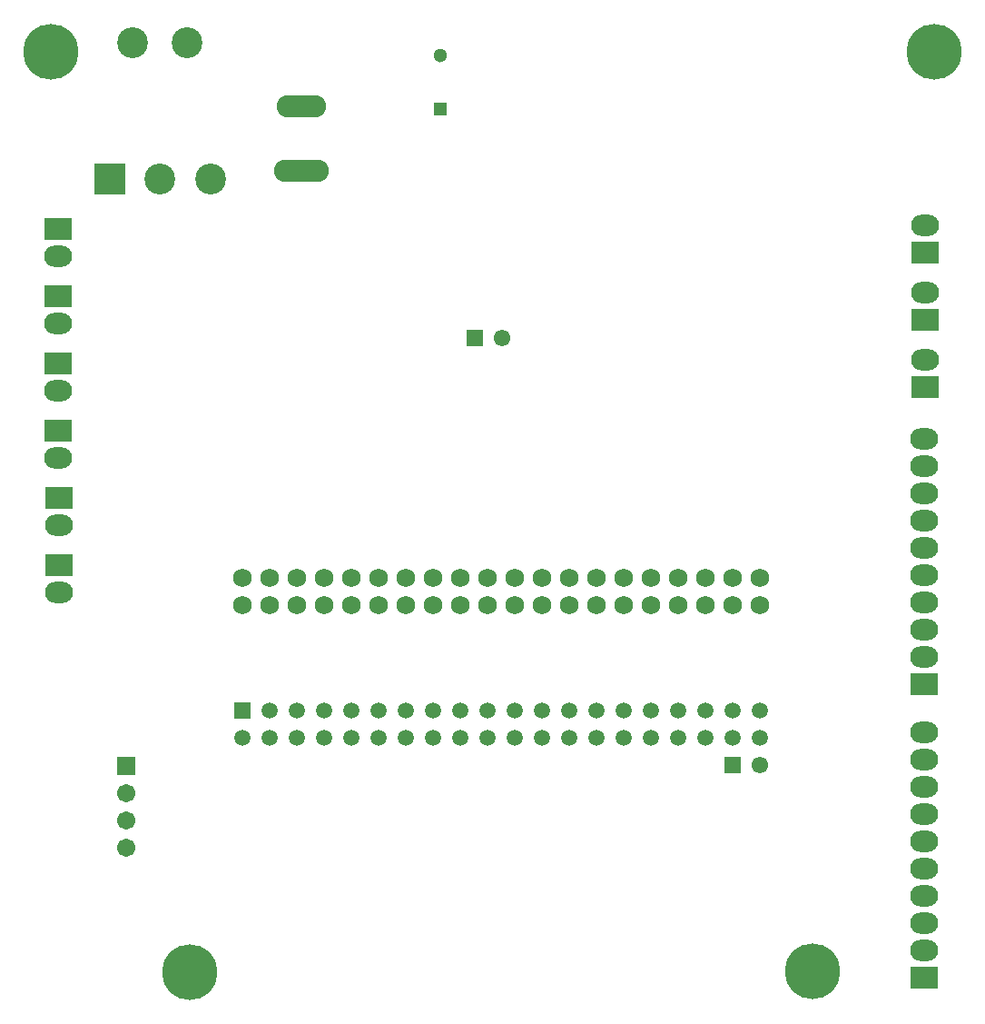
<source format=gbr>
G04 DipTrace 4.3.0.5*
G04 BottomMask.gbr*
%MOIN*%
G04 #@! TF.FileFunction,Soldermask,Bot*
G04 #@! TF.Part,Single*
%ADD93C,0.113189*%
%ADD97R,0.113189X0.113189*%
%ADD111C,0.203937*%
%ADD115C,0.068898*%
%ADD116C,0.061024*%
%ADD121R,0.061024X0.061024*%
%ADD123C,0.067323*%
%ADD127R,0.067323X0.067323*%
%ADD129C,0.058976*%
%ADD133R,0.058976X0.058976*%
%ADD135O,0.181102X0.082677*%
%ADD138O,0.200787X0.082677*%
%ADD140O,0.102362X0.07874*%
%ADD143R,0.102362X0.07874*%
%ADD157C,0.051181*%
%ADD158R,0.051181X0.051181*%
%FSLAX26Y26*%
G04*
G70*
G90*
G75*
G01*
G04 BotMask*
%LPD*%
D158*
X1956200Y3740264D3*
D157*
Y3937115D3*
D143*
X553920Y3301050D3*
D140*
X553931Y3201050D3*
D143*
X553840Y3054789D3*
D140*
Y2954789D3*
D143*
X553857Y2808029D3*
D140*
X553868Y2708029D3*
D143*
X3734741Y3215460D3*
D140*
Y3315460D3*
D143*
X3734952Y2968699D3*
D140*
Y3068699D3*
D143*
X3734550Y2721930D3*
D140*
Y2821930D3*
D143*
X553529Y2561199D3*
D140*
Y2461199D3*
D143*
X554321Y2315069D3*
D140*
Y2215069D3*
D143*
X554129Y2067669D3*
D140*
Y1967669D3*
D138*
X1444221Y3514289D3*
D135*
Y3750510D3*
D133*
X1228280Y1534520D3*
D129*
X1328280D3*
X1428280D3*
X1528280D3*
X1628280D3*
X1728280D3*
X1828280D3*
X1928280D3*
X2028280D3*
X2128280D3*
X2228280D3*
X2328280D3*
X2428280D3*
X2528280D3*
X2628280D3*
X2728280D3*
X2828280D3*
X2928280D3*
X3028280D3*
X3128280D3*
X1228280Y1434520D3*
X1328280D3*
X1428280D3*
X1528280D3*
X1628280D3*
X1728280D3*
X1828280D3*
X1928280D3*
X2028280D3*
X2128280D3*
X2228280D3*
X2328280D3*
X2428280D3*
X2528280D3*
X2628280D3*
X2728280D3*
X2828280D3*
X2928280D3*
X3028280D3*
X3128280D3*
D127*
X803031Y1330789D3*
D123*
Y1230789D3*
Y1130789D3*
Y1030789D3*
D121*
X3028262Y1334460D3*
D116*
X3128262D3*
D143*
X3732171Y1631620D3*
D140*
Y1731620D3*
Y1831620D3*
Y1931620D3*
Y2031620D3*
Y2131620D3*
Y2231620D3*
Y2331620D3*
Y2431620D3*
Y2531620D3*
D143*
X3731721Y555250D3*
D140*
Y655250D3*
Y755250D3*
Y855250D3*
Y955250D3*
Y1055250D3*
Y1155250D3*
Y1255250D3*
Y1355250D3*
Y1455250D3*
D121*
X2081691Y2900499D3*
D116*
X2181691D3*
D115*
X1228541Y1920840D3*
Y2020840D3*
X1328541Y1920840D3*
Y2020840D3*
X1428541Y1920840D3*
Y2020840D3*
X1528541Y1920840D3*
Y2020840D3*
X1628541D3*
Y1920840D3*
X1728541Y2020840D3*
Y1920840D3*
X1828541Y2020840D3*
Y1920840D3*
X1928541D3*
Y2020840D3*
X2028541Y1920840D3*
Y2020840D3*
X2128541Y1920840D3*
Y2020840D3*
X2228541Y1920840D3*
Y2020840D3*
X2328541Y1920840D3*
Y2020840D3*
X2428541Y1920840D3*
Y2020840D3*
X2528541Y1920840D3*
Y2020840D3*
X2628541Y1920840D3*
Y2020840D3*
X2728541Y1920840D3*
Y2020840D3*
X2828541Y1920840D3*
Y2020840D3*
X2928541Y1920840D3*
Y2020840D3*
X3028541Y1920840D3*
Y2020840D3*
X3128541Y1920840D3*
Y2020840D3*
D111*
X3321381Y577940D3*
X3768700Y3951190D3*
X527121D3*
X1035591Y576310D3*
D97*
X740691Y3485739D3*
D93*
X925730D3*
X1110770D3*
X825730Y3985739D3*
X1025730D3*
M02*

</source>
